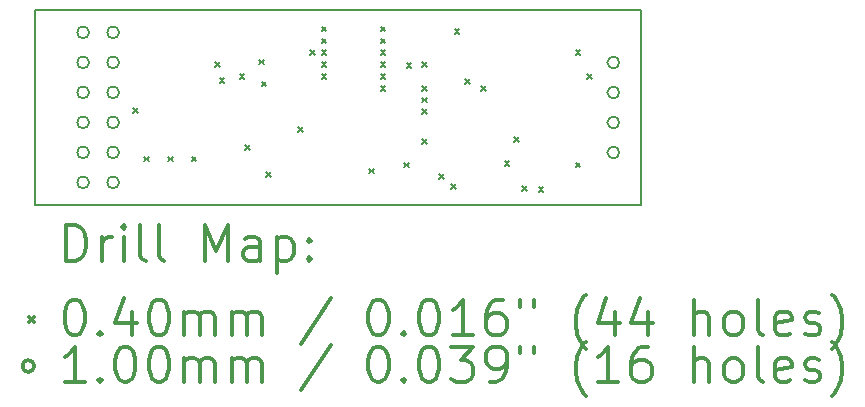
<source format=gbr>
%FSLAX45Y45*%
G04 Gerber Fmt 4.5, Leading zero omitted, Abs format (unit mm)*
G04 Created by KiCad (PCBNEW 4.0.7-e2-6376~58~ubuntu16.04.1) date Wed Dec  6 16:16:50 2017*
%MOMM*%
%LPD*%
G01*
G04 APERTURE LIST*
%ADD10C,0.127000*%
%ADD11C,0.150000*%
%ADD12C,0.200000*%
%ADD13C,0.300000*%
G04 APERTURE END LIST*
D10*
D11*
X7934400Y-2087500D02*
X7934400Y-3738500D01*
X2803600Y-3738500D02*
X7934400Y-3738500D01*
X2803600Y-2087500D02*
X7934400Y-2087500D01*
X2803600Y-3738500D02*
X2803600Y-2087500D01*
D12*
X3633249Y-2920753D02*
X3673249Y-2960753D01*
X3673249Y-2920753D02*
X3633249Y-2960753D01*
X3730000Y-3330000D02*
X3770000Y-3370000D01*
X3770000Y-3330000D02*
X3730000Y-3370000D01*
X3930000Y-3330000D02*
X3970000Y-3370000D01*
X3970000Y-3330000D02*
X3930000Y-3370000D01*
X4130000Y-3330000D02*
X4170000Y-3370000D01*
X4170000Y-3330000D02*
X4130000Y-3370000D01*
X4330037Y-2530032D02*
X4370037Y-2570032D01*
X4370037Y-2530032D02*
X4330037Y-2570032D01*
X4365531Y-2665408D02*
X4405531Y-2705408D01*
X4405531Y-2665408D02*
X4365531Y-2705408D01*
X4535238Y-2628002D02*
X4575238Y-2668002D01*
X4575238Y-2628002D02*
X4535238Y-2668002D01*
X4580305Y-3230112D02*
X4620305Y-3270112D01*
X4620305Y-3230112D02*
X4580305Y-3270112D01*
X4699664Y-2507702D02*
X4739664Y-2547702D01*
X4739664Y-2507702D02*
X4699664Y-2547702D01*
X4721331Y-2695203D02*
X4761331Y-2735203D01*
X4761331Y-2695203D02*
X4721331Y-2735203D01*
X4757624Y-3458151D02*
X4797624Y-3498151D01*
X4797624Y-3458151D02*
X4757624Y-3498151D01*
X5029816Y-3079041D02*
X5069816Y-3119041D01*
X5069816Y-3079041D02*
X5029816Y-3119041D01*
X5130000Y-2430000D02*
X5170000Y-2470000D01*
X5170000Y-2430000D02*
X5130000Y-2470000D01*
X5230000Y-2230000D02*
X5270000Y-2270000D01*
X5270000Y-2230000D02*
X5230000Y-2270000D01*
X5230000Y-2330000D02*
X5270000Y-2370000D01*
X5270000Y-2330000D02*
X5230000Y-2370000D01*
X5230000Y-2430000D02*
X5270000Y-2470000D01*
X5270000Y-2430000D02*
X5230000Y-2470000D01*
X5230000Y-2530000D02*
X5270000Y-2570000D01*
X5270000Y-2530000D02*
X5230000Y-2570000D01*
X5230000Y-2630000D02*
X5270000Y-2670000D01*
X5270000Y-2630000D02*
X5230000Y-2670000D01*
X5630000Y-3430000D02*
X5670000Y-3470000D01*
X5670000Y-3430000D02*
X5630000Y-3470000D01*
X5730000Y-2230000D02*
X5770000Y-2270000D01*
X5770000Y-2230000D02*
X5730000Y-2270000D01*
X5730000Y-2330000D02*
X5770000Y-2370000D01*
X5770000Y-2330000D02*
X5730000Y-2370000D01*
X5730000Y-2430000D02*
X5770000Y-2470000D01*
X5770000Y-2430000D02*
X5730000Y-2470000D01*
X5730000Y-2530000D02*
X5770000Y-2570000D01*
X5770000Y-2530000D02*
X5730000Y-2570000D01*
X5730000Y-2630000D02*
X5770000Y-2670000D01*
X5770000Y-2630000D02*
X5730000Y-2670000D01*
X5730000Y-2730000D02*
X5770000Y-2770000D01*
X5770000Y-2730000D02*
X5730000Y-2770000D01*
X5930168Y-3380206D02*
X5970168Y-3420206D01*
X5970168Y-3380206D02*
X5930168Y-3420206D01*
X5948511Y-2535565D02*
X5988511Y-2575565D01*
X5988511Y-2535565D02*
X5948511Y-2575565D01*
X6080000Y-2530000D02*
X6120000Y-2570000D01*
X6120000Y-2530000D02*
X6080000Y-2570000D01*
X6080000Y-3180000D02*
X6120000Y-3220000D01*
X6120000Y-3180000D02*
X6080000Y-3220000D01*
X6080006Y-2930003D02*
X6120006Y-2970003D01*
X6120006Y-2930003D02*
X6080006Y-2970003D01*
X6080013Y-2830035D02*
X6120013Y-2870035D01*
X6120013Y-2830035D02*
X6080013Y-2870035D01*
X6080120Y-2734633D02*
X6120120Y-2774633D01*
X6120120Y-2734633D02*
X6080120Y-2774633D01*
X6227604Y-3480513D02*
X6267604Y-3520513D01*
X6267604Y-3480513D02*
X6227604Y-3520513D01*
X6328776Y-3565305D02*
X6368776Y-3605305D01*
X6368776Y-3565305D02*
X6328776Y-3605305D01*
X6355299Y-2247225D02*
X6395299Y-2287225D01*
X6395299Y-2247225D02*
X6355299Y-2287225D01*
X6443383Y-2670813D02*
X6483383Y-2710813D01*
X6483383Y-2670813D02*
X6443383Y-2710813D01*
X6580000Y-2730000D02*
X6620000Y-2770000D01*
X6620000Y-2730000D02*
X6580000Y-2770000D01*
X6780000Y-3365363D02*
X6820000Y-3405363D01*
X6820000Y-3365363D02*
X6780000Y-3405363D01*
X6856749Y-3163467D02*
X6896749Y-3203467D01*
X6896749Y-3163467D02*
X6856749Y-3203467D01*
X6930048Y-3579985D02*
X6970048Y-3619985D01*
X6970048Y-3579985D02*
X6930048Y-3619985D01*
X7067030Y-3589214D02*
X7107030Y-3629214D01*
X7107030Y-3589214D02*
X7067030Y-3629214D01*
X7379841Y-3380096D02*
X7419841Y-3420096D01*
X7419841Y-3380096D02*
X7379841Y-3420096D01*
X7380000Y-2430000D02*
X7420000Y-2470000D01*
X7420000Y-2430000D02*
X7380000Y-2470000D01*
X7480000Y-2630000D02*
X7520000Y-2670000D01*
X7520000Y-2630000D02*
X7480000Y-2670000D01*
X3260000Y-2278000D02*
G75*
G03X3260000Y-2278000I-50000J0D01*
G01*
X3260000Y-2532000D02*
G75*
G03X3260000Y-2532000I-50000J0D01*
G01*
X3260000Y-2786000D02*
G75*
G03X3260000Y-2786000I-50000J0D01*
G01*
X3260000Y-3040000D02*
G75*
G03X3260000Y-3040000I-50000J0D01*
G01*
X3260000Y-3294000D02*
G75*
G03X3260000Y-3294000I-50000J0D01*
G01*
X3260000Y-3548000D02*
G75*
G03X3260000Y-3548000I-50000J0D01*
G01*
X3514000Y-2278000D02*
G75*
G03X3514000Y-2278000I-50000J0D01*
G01*
X3514000Y-2532000D02*
G75*
G03X3514000Y-2532000I-50000J0D01*
G01*
X3514000Y-2786000D02*
G75*
G03X3514000Y-2786000I-50000J0D01*
G01*
X3514000Y-3040000D02*
G75*
G03X3514000Y-3040000I-50000J0D01*
G01*
X3514000Y-3294000D02*
G75*
G03X3514000Y-3294000I-50000J0D01*
G01*
X3514000Y-3548000D02*
G75*
G03X3514000Y-3548000I-50000J0D01*
G01*
X7750000Y-2532000D02*
G75*
G03X7750000Y-2532000I-50000J0D01*
G01*
X7750000Y-2786000D02*
G75*
G03X7750000Y-2786000I-50000J0D01*
G01*
X7750000Y-3040000D02*
G75*
G03X7750000Y-3040000I-50000J0D01*
G01*
X7750000Y-3294000D02*
G75*
G03X7750000Y-3294000I-50000J0D01*
G01*
D13*
X3067528Y-4211714D02*
X3067528Y-3911714D01*
X3138957Y-3911714D01*
X3181814Y-3926000D01*
X3210386Y-3954571D01*
X3224671Y-3983143D01*
X3238957Y-4040286D01*
X3238957Y-4083143D01*
X3224671Y-4140286D01*
X3210386Y-4168857D01*
X3181814Y-4197429D01*
X3138957Y-4211714D01*
X3067528Y-4211714D01*
X3367528Y-4211714D02*
X3367528Y-4011714D01*
X3367528Y-4068857D02*
X3381814Y-4040286D01*
X3396100Y-4026000D01*
X3424671Y-4011714D01*
X3453243Y-4011714D01*
X3553243Y-4211714D02*
X3553243Y-4011714D01*
X3553243Y-3911714D02*
X3538957Y-3926000D01*
X3553243Y-3940286D01*
X3567528Y-3926000D01*
X3553243Y-3911714D01*
X3553243Y-3940286D01*
X3738957Y-4211714D02*
X3710386Y-4197429D01*
X3696100Y-4168857D01*
X3696100Y-3911714D01*
X3896100Y-4211714D02*
X3867528Y-4197429D01*
X3853243Y-4168857D01*
X3853243Y-3911714D01*
X4238957Y-4211714D02*
X4238957Y-3911714D01*
X4338957Y-4126000D01*
X4438957Y-3911714D01*
X4438957Y-4211714D01*
X4710386Y-4211714D02*
X4710386Y-4054571D01*
X4696100Y-4026000D01*
X4667529Y-4011714D01*
X4610386Y-4011714D01*
X4581814Y-4026000D01*
X4710386Y-4197429D02*
X4681814Y-4211714D01*
X4610386Y-4211714D01*
X4581814Y-4197429D01*
X4567529Y-4168857D01*
X4567529Y-4140286D01*
X4581814Y-4111714D01*
X4610386Y-4097429D01*
X4681814Y-4097429D01*
X4710386Y-4083143D01*
X4853243Y-4011714D02*
X4853243Y-4311714D01*
X4853243Y-4026000D02*
X4881814Y-4011714D01*
X4938957Y-4011714D01*
X4967529Y-4026000D01*
X4981814Y-4040286D01*
X4996100Y-4068857D01*
X4996100Y-4154571D01*
X4981814Y-4183143D01*
X4967529Y-4197429D01*
X4938957Y-4211714D01*
X4881814Y-4211714D01*
X4853243Y-4197429D01*
X5124671Y-4183143D02*
X5138957Y-4197429D01*
X5124671Y-4211714D01*
X5110386Y-4197429D01*
X5124671Y-4183143D01*
X5124671Y-4211714D01*
X5124671Y-4026000D02*
X5138957Y-4040286D01*
X5124671Y-4054571D01*
X5110386Y-4040286D01*
X5124671Y-4026000D01*
X5124671Y-4054571D01*
X2756100Y-4686000D02*
X2796100Y-4726000D01*
X2796100Y-4686000D02*
X2756100Y-4726000D01*
X3124671Y-4541714D02*
X3153243Y-4541714D01*
X3181814Y-4556000D01*
X3196100Y-4570286D01*
X3210386Y-4598857D01*
X3224671Y-4656000D01*
X3224671Y-4727429D01*
X3210386Y-4784572D01*
X3196100Y-4813143D01*
X3181814Y-4827429D01*
X3153243Y-4841714D01*
X3124671Y-4841714D01*
X3096100Y-4827429D01*
X3081814Y-4813143D01*
X3067528Y-4784572D01*
X3053243Y-4727429D01*
X3053243Y-4656000D01*
X3067528Y-4598857D01*
X3081814Y-4570286D01*
X3096100Y-4556000D01*
X3124671Y-4541714D01*
X3353243Y-4813143D02*
X3367528Y-4827429D01*
X3353243Y-4841714D01*
X3338957Y-4827429D01*
X3353243Y-4813143D01*
X3353243Y-4841714D01*
X3624671Y-4641714D02*
X3624671Y-4841714D01*
X3553243Y-4527429D02*
X3481814Y-4741714D01*
X3667528Y-4741714D01*
X3838957Y-4541714D02*
X3867528Y-4541714D01*
X3896100Y-4556000D01*
X3910386Y-4570286D01*
X3924671Y-4598857D01*
X3938957Y-4656000D01*
X3938957Y-4727429D01*
X3924671Y-4784572D01*
X3910386Y-4813143D01*
X3896100Y-4827429D01*
X3867528Y-4841714D01*
X3838957Y-4841714D01*
X3810386Y-4827429D01*
X3796100Y-4813143D01*
X3781814Y-4784572D01*
X3767528Y-4727429D01*
X3767528Y-4656000D01*
X3781814Y-4598857D01*
X3796100Y-4570286D01*
X3810386Y-4556000D01*
X3838957Y-4541714D01*
X4067528Y-4841714D02*
X4067528Y-4641714D01*
X4067528Y-4670286D02*
X4081814Y-4656000D01*
X4110386Y-4641714D01*
X4153243Y-4641714D01*
X4181814Y-4656000D01*
X4196100Y-4684572D01*
X4196100Y-4841714D01*
X4196100Y-4684572D02*
X4210386Y-4656000D01*
X4238957Y-4641714D01*
X4281814Y-4641714D01*
X4310386Y-4656000D01*
X4324671Y-4684572D01*
X4324671Y-4841714D01*
X4467529Y-4841714D02*
X4467529Y-4641714D01*
X4467529Y-4670286D02*
X4481814Y-4656000D01*
X4510386Y-4641714D01*
X4553243Y-4641714D01*
X4581814Y-4656000D01*
X4596100Y-4684572D01*
X4596100Y-4841714D01*
X4596100Y-4684572D02*
X4610386Y-4656000D01*
X4638957Y-4641714D01*
X4681814Y-4641714D01*
X4710386Y-4656000D01*
X4724671Y-4684572D01*
X4724671Y-4841714D01*
X5310386Y-4527429D02*
X5053243Y-4913143D01*
X5696100Y-4541714D02*
X5724671Y-4541714D01*
X5753243Y-4556000D01*
X5767528Y-4570286D01*
X5781814Y-4598857D01*
X5796100Y-4656000D01*
X5796100Y-4727429D01*
X5781814Y-4784572D01*
X5767528Y-4813143D01*
X5753243Y-4827429D01*
X5724671Y-4841714D01*
X5696100Y-4841714D01*
X5667528Y-4827429D01*
X5653243Y-4813143D01*
X5638957Y-4784572D01*
X5624671Y-4727429D01*
X5624671Y-4656000D01*
X5638957Y-4598857D01*
X5653243Y-4570286D01*
X5667528Y-4556000D01*
X5696100Y-4541714D01*
X5924671Y-4813143D02*
X5938957Y-4827429D01*
X5924671Y-4841714D01*
X5910386Y-4827429D01*
X5924671Y-4813143D01*
X5924671Y-4841714D01*
X6124671Y-4541714D02*
X6153243Y-4541714D01*
X6181814Y-4556000D01*
X6196100Y-4570286D01*
X6210385Y-4598857D01*
X6224671Y-4656000D01*
X6224671Y-4727429D01*
X6210385Y-4784572D01*
X6196100Y-4813143D01*
X6181814Y-4827429D01*
X6153243Y-4841714D01*
X6124671Y-4841714D01*
X6096100Y-4827429D01*
X6081814Y-4813143D01*
X6067528Y-4784572D01*
X6053243Y-4727429D01*
X6053243Y-4656000D01*
X6067528Y-4598857D01*
X6081814Y-4570286D01*
X6096100Y-4556000D01*
X6124671Y-4541714D01*
X6510385Y-4841714D02*
X6338957Y-4841714D01*
X6424671Y-4841714D02*
X6424671Y-4541714D01*
X6396100Y-4584572D01*
X6367528Y-4613143D01*
X6338957Y-4627429D01*
X6767528Y-4541714D02*
X6710385Y-4541714D01*
X6681814Y-4556000D01*
X6667528Y-4570286D01*
X6638957Y-4613143D01*
X6624671Y-4670286D01*
X6624671Y-4784572D01*
X6638957Y-4813143D01*
X6653243Y-4827429D01*
X6681814Y-4841714D01*
X6738957Y-4841714D01*
X6767528Y-4827429D01*
X6781814Y-4813143D01*
X6796100Y-4784572D01*
X6796100Y-4713143D01*
X6781814Y-4684572D01*
X6767528Y-4670286D01*
X6738957Y-4656000D01*
X6681814Y-4656000D01*
X6653243Y-4670286D01*
X6638957Y-4684572D01*
X6624671Y-4713143D01*
X6910386Y-4541714D02*
X6910386Y-4598857D01*
X7024671Y-4541714D02*
X7024671Y-4598857D01*
X7467528Y-4956000D02*
X7453243Y-4941714D01*
X7424671Y-4898857D01*
X7410385Y-4870286D01*
X7396100Y-4827429D01*
X7381814Y-4756000D01*
X7381814Y-4698857D01*
X7396100Y-4627429D01*
X7410385Y-4584572D01*
X7424671Y-4556000D01*
X7453243Y-4513143D01*
X7467528Y-4498857D01*
X7710385Y-4641714D02*
X7710385Y-4841714D01*
X7638957Y-4527429D02*
X7567528Y-4741714D01*
X7753243Y-4741714D01*
X7996100Y-4641714D02*
X7996100Y-4841714D01*
X7924671Y-4527429D02*
X7853243Y-4741714D01*
X8038957Y-4741714D01*
X8381814Y-4841714D02*
X8381814Y-4541714D01*
X8510386Y-4841714D02*
X8510386Y-4684572D01*
X8496100Y-4656000D01*
X8467528Y-4641714D01*
X8424671Y-4641714D01*
X8396100Y-4656000D01*
X8381814Y-4670286D01*
X8696100Y-4841714D02*
X8667528Y-4827429D01*
X8653243Y-4813143D01*
X8638957Y-4784572D01*
X8638957Y-4698857D01*
X8653243Y-4670286D01*
X8667528Y-4656000D01*
X8696100Y-4641714D01*
X8738957Y-4641714D01*
X8767528Y-4656000D01*
X8781814Y-4670286D01*
X8796100Y-4698857D01*
X8796100Y-4784572D01*
X8781814Y-4813143D01*
X8767528Y-4827429D01*
X8738957Y-4841714D01*
X8696100Y-4841714D01*
X8967528Y-4841714D02*
X8938957Y-4827429D01*
X8924671Y-4798857D01*
X8924671Y-4541714D01*
X9196100Y-4827429D02*
X9167529Y-4841714D01*
X9110386Y-4841714D01*
X9081814Y-4827429D01*
X9067529Y-4798857D01*
X9067529Y-4684572D01*
X9081814Y-4656000D01*
X9110386Y-4641714D01*
X9167529Y-4641714D01*
X9196100Y-4656000D01*
X9210386Y-4684572D01*
X9210386Y-4713143D01*
X9067529Y-4741714D01*
X9324671Y-4827429D02*
X9353243Y-4841714D01*
X9410386Y-4841714D01*
X9438957Y-4827429D01*
X9453243Y-4798857D01*
X9453243Y-4784572D01*
X9438957Y-4756000D01*
X9410386Y-4741714D01*
X9367529Y-4741714D01*
X9338957Y-4727429D01*
X9324671Y-4698857D01*
X9324671Y-4684572D01*
X9338957Y-4656000D01*
X9367529Y-4641714D01*
X9410386Y-4641714D01*
X9438957Y-4656000D01*
X9553243Y-4956000D02*
X9567529Y-4941714D01*
X9596100Y-4898857D01*
X9610386Y-4870286D01*
X9624671Y-4827429D01*
X9638957Y-4756000D01*
X9638957Y-4698857D01*
X9624671Y-4627429D01*
X9610386Y-4584572D01*
X9596100Y-4556000D01*
X9567529Y-4513143D01*
X9553243Y-4498857D01*
X2796100Y-5102000D02*
G75*
G03X2796100Y-5102000I-50000J0D01*
G01*
X3224671Y-5237714D02*
X3053243Y-5237714D01*
X3138957Y-5237714D02*
X3138957Y-4937714D01*
X3110386Y-4980572D01*
X3081814Y-5009143D01*
X3053243Y-5023429D01*
X3353243Y-5209143D02*
X3367528Y-5223429D01*
X3353243Y-5237714D01*
X3338957Y-5223429D01*
X3353243Y-5209143D01*
X3353243Y-5237714D01*
X3553243Y-4937714D02*
X3581814Y-4937714D01*
X3610386Y-4952000D01*
X3624671Y-4966286D01*
X3638957Y-4994857D01*
X3653243Y-5052000D01*
X3653243Y-5123429D01*
X3638957Y-5180572D01*
X3624671Y-5209143D01*
X3610386Y-5223429D01*
X3581814Y-5237714D01*
X3553243Y-5237714D01*
X3524671Y-5223429D01*
X3510386Y-5209143D01*
X3496100Y-5180572D01*
X3481814Y-5123429D01*
X3481814Y-5052000D01*
X3496100Y-4994857D01*
X3510386Y-4966286D01*
X3524671Y-4952000D01*
X3553243Y-4937714D01*
X3838957Y-4937714D02*
X3867528Y-4937714D01*
X3896100Y-4952000D01*
X3910386Y-4966286D01*
X3924671Y-4994857D01*
X3938957Y-5052000D01*
X3938957Y-5123429D01*
X3924671Y-5180572D01*
X3910386Y-5209143D01*
X3896100Y-5223429D01*
X3867528Y-5237714D01*
X3838957Y-5237714D01*
X3810386Y-5223429D01*
X3796100Y-5209143D01*
X3781814Y-5180572D01*
X3767528Y-5123429D01*
X3767528Y-5052000D01*
X3781814Y-4994857D01*
X3796100Y-4966286D01*
X3810386Y-4952000D01*
X3838957Y-4937714D01*
X4067528Y-5237714D02*
X4067528Y-5037714D01*
X4067528Y-5066286D02*
X4081814Y-5052000D01*
X4110386Y-5037714D01*
X4153243Y-5037714D01*
X4181814Y-5052000D01*
X4196100Y-5080572D01*
X4196100Y-5237714D01*
X4196100Y-5080572D02*
X4210386Y-5052000D01*
X4238957Y-5037714D01*
X4281814Y-5037714D01*
X4310386Y-5052000D01*
X4324671Y-5080572D01*
X4324671Y-5237714D01*
X4467529Y-5237714D02*
X4467529Y-5037714D01*
X4467529Y-5066286D02*
X4481814Y-5052000D01*
X4510386Y-5037714D01*
X4553243Y-5037714D01*
X4581814Y-5052000D01*
X4596100Y-5080572D01*
X4596100Y-5237714D01*
X4596100Y-5080572D02*
X4610386Y-5052000D01*
X4638957Y-5037714D01*
X4681814Y-5037714D01*
X4710386Y-5052000D01*
X4724671Y-5080572D01*
X4724671Y-5237714D01*
X5310386Y-4923429D02*
X5053243Y-5309143D01*
X5696100Y-4937714D02*
X5724671Y-4937714D01*
X5753243Y-4952000D01*
X5767528Y-4966286D01*
X5781814Y-4994857D01*
X5796100Y-5052000D01*
X5796100Y-5123429D01*
X5781814Y-5180572D01*
X5767528Y-5209143D01*
X5753243Y-5223429D01*
X5724671Y-5237714D01*
X5696100Y-5237714D01*
X5667528Y-5223429D01*
X5653243Y-5209143D01*
X5638957Y-5180572D01*
X5624671Y-5123429D01*
X5624671Y-5052000D01*
X5638957Y-4994857D01*
X5653243Y-4966286D01*
X5667528Y-4952000D01*
X5696100Y-4937714D01*
X5924671Y-5209143D02*
X5938957Y-5223429D01*
X5924671Y-5237714D01*
X5910386Y-5223429D01*
X5924671Y-5209143D01*
X5924671Y-5237714D01*
X6124671Y-4937714D02*
X6153243Y-4937714D01*
X6181814Y-4952000D01*
X6196100Y-4966286D01*
X6210385Y-4994857D01*
X6224671Y-5052000D01*
X6224671Y-5123429D01*
X6210385Y-5180572D01*
X6196100Y-5209143D01*
X6181814Y-5223429D01*
X6153243Y-5237714D01*
X6124671Y-5237714D01*
X6096100Y-5223429D01*
X6081814Y-5209143D01*
X6067528Y-5180572D01*
X6053243Y-5123429D01*
X6053243Y-5052000D01*
X6067528Y-4994857D01*
X6081814Y-4966286D01*
X6096100Y-4952000D01*
X6124671Y-4937714D01*
X6324671Y-4937714D02*
X6510385Y-4937714D01*
X6410385Y-5052000D01*
X6453243Y-5052000D01*
X6481814Y-5066286D01*
X6496100Y-5080572D01*
X6510385Y-5109143D01*
X6510385Y-5180572D01*
X6496100Y-5209143D01*
X6481814Y-5223429D01*
X6453243Y-5237714D01*
X6367528Y-5237714D01*
X6338957Y-5223429D01*
X6324671Y-5209143D01*
X6653243Y-5237714D02*
X6710385Y-5237714D01*
X6738957Y-5223429D01*
X6753243Y-5209143D01*
X6781814Y-5166286D01*
X6796100Y-5109143D01*
X6796100Y-4994857D01*
X6781814Y-4966286D01*
X6767528Y-4952000D01*
X6738957Y-4937714D01*
X6681814Y-4937714D01*
X6653243Y-4952000D01*
X6638957Y-4966286D01*
X6624671Y-4994857D01*
X6624671Y-5066286D01*
X6638957Y-5094857D01*
X6653243Y-5109143D01*
X6681814Y-5123429D01*
X6738957Y-5123429D01*
X6767528Y-5109143D01*
X6781814Y-5094857D01*
X6796100Y-5066286D01*
X6910386Y-4937714D02*
X6910386Y-4994857D01*
X7024671Y-4937714D02*
X7024671Y-4994857D01*
X7467528Y-5352000D02*
X7453243Y-5337714D01*
X7424671Y-5294857D01*
X7410385Y-5266286D01*
X7396100Y-5223429D01*
X7381814Y-5152000D01*
X7381814Y-5094857D01*
X7396100Y-5023429D01*
X7410385Y-4980572D01*
X7424671Y-4952000D01*
X7453243Y-4909143D01*
X7467528Y-4894857D01*
X7738957Y-5237714D02*
X7567528Y-5237714D01*
X7653243Y-5237714D02*
X7653243Y-4937714D01*
X7624671Y-4980572D01*
X7596100Y-5009143D01*
X7567528Y-5023429D01*
X7996100Y-4937714D02*
X7938957Y-4937714D01*
X7910385Y-4952000D01*
X7896100Y-4966286D01*
X7867528Y-5009143D01*
X7853243Y-5066286D01*
X7853243Y-5180572D01*
X7867528Y-5209143D01*
X7881814Y-5223429D01*
X7910385Y-5237714D01*
X7967528Y-5237714D01*
X7996100Y-5223429D01*
X8010385Y-5209143D01*
X8024671Y-5180572D01*
X8024671Y-5109143D01*
X8010385Y-5080572D01*
X7996100Y-5066286D01*
X7967528Y-5052000D01*
X7910385Y-5052000D01*
X7881814Y-5066286D01*
X7867528Y-5080572D01*
X7853243Y-5109143D01*
X8381814Y-5237714D02*
X8381814Y-4937714D01*
X8510386Y-5237714D02*
X8510386Y-5080572D01*
X8496100Y-5052000D01*
X8467528Y-5037714D01*
X8424671Y-5037714D01*
X8396100Y-5052000D01*
X8381814Y-5066286D01*
X8696100Y-5237714D02*
X8667528Y-5223429D01*
X8653243Y-5209143D01*
X8638957Y-5180572D01*
X8638957Y-5094857D01*
X8653243Y-5066286D01*
X8667528Y-5052000D01*
X8696100Y-5037714D01*
X8738957Y-5037714D01*
X8767528Y-5052000D01*
X8781814Y-5066286D01*
X8796100Y-5094857D01*
X8796100Y-5180572D01*
X8781814Y-5209143D01*
X8767528Y-5223429D01*
X8738957Y-5237714D01*
X8696100Y-5237714D01*
X8967528Y-5237714D02*
X8938957Y-5223429D01*
X8924671Y-5194857D01*
X8924671Y-4937714D01*
X9196100Y-5223429D02*
X9167529Y-5237714D01*
X9110386Y-5237714D01*
X9081814Y-5223429D01*
X9067529Y-5194857D01*
X9067529Y-5080572D01*
X9081814Y-5052000D01*
X9110386Y-5037714D01*
X9167529Y-5037714D01*
X9196100Y-5052000D01*
X9210386Y-5080572D01*
X9210386Y-5109143D01*
X9067529Y-5137714D01*
X9324671Y-5223429D02*
X9353243Y-5237714D01*
X9410386Y-5237714D01*
X9438957Y-5223429D01*
X9453243Y-5194857D01*
X9453243Y-5180572D01*
X9438957Y-5152000D01*
X9410386Y-5137714D01*
X9367529Y-5137714D01*
X9338957Y-5123429D01*
X9324671Y-5094857D01*
X9324671Y-5080572D01*
X9338957Y-5052000D01*
X9367529Y-5037714D01*
X9410386Y-5037714D01*
X9438957Y-5052000D01*
X9553243Y-5352000D02*
X9567529Y-5337714D01*
X9596100Y-5294857D01*
X9610386Y-5266286D01*
X9624671Y-5223429D01*
X9638957Y-5152000D01*
X9638957Y-5094857D01*
X9624671Y-5023429D01*
X9610386Y-4980572D01*
X9596100Y-4952000D01*
X9567529Y-4909143D01*
X9553243Y-4894857D01*
M02*

</source>
